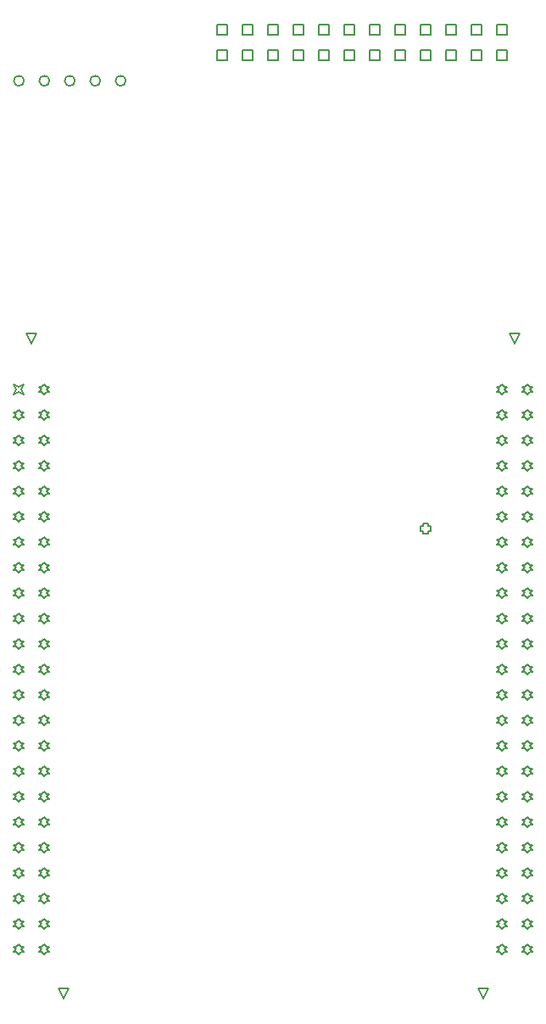
<source format=gbr>
G04 Layer_Color=2752767*
%FSLAX26Y26*%
%MOIN*%
%TF.FileFunction,Drawing*%
%TF.Part,Single*%
G01*
G75*
%TA.AperFunction,NonConductor*%
%ADD30C,0.005000*%
%ADD31C,0.006667*%
D30*
X1180000Y4180000D02*
Y4220000D01*
X1220000D01*
Y4180000D01*
X1180000D01*
Y4080000D02*
Y4120000D01*
X1220000D01*
Y4080000D01*
X1180000D01*
X2280000Y4180000D02*
Y4220000D01*
X2320000D01*
Y4180000D01*
X2280000D01*
X2180000D02*
Y4220000D01*
X2220000D01*
Y4180000D01*
X2180000D01*
X2080000D02*
Y4220000D01*
X2120000D01*
Y4180000D01*
X2080000D01*
X1980000D02*
Y4220000D01*
X2020000D01*
Y4180000D01*
X1980000D01*
X1880000D02*
Y4220000D01*
X1920000D01*
Y4180000D01*
X1880000D01*
X1780000D02*
Y4220000D01*
X1820000D01*
Y4180000D01*
X1780000D01*
X1680000D02*
Y4220000D01*
X1720000D01*
Y4180000D01*
X1680000D01*
X1580000D02*
Y4220000D01*
X1620000D01*
Y4180000D01*
X1580000D01*
X1480000D02*
Y4220000D01*
X1520000D01*
Y4180000D01*
X1480000D01*
X1380000D02*
Y4220000D01*
X1420000D01*
Y4180000D01*
X1380000D01*
X2280000Y4080000D02*
Y4120000D01*
X2320000D01*
Y4080000D01*
X2280000D01*
X2180000D02*
Y4120000D01*
X2220000D01*
Y4080000D01*
X2180000D01*
X2080000D02*
Y4120000D01*
X2120000D01*
Y4080000D01*
X2080000D01*
X1980000D02*
Y4120000D01*
X2020000D01*
Y4080000D01*
X1980000D01*
X1880000D02*
Y4120000D01*
X1920000D01*
Y4080000D01*
X1880000D01*
X1780000D02*
Y4120000D01*
X1820000D01*
Y4080000D01*
X1780000D01*
X1680000D02*
Y4120000D01*
X1720000D01*
Y4080000D01*
X1680000D01*
X1580000D02*
Y4120000D01*
X1620000D01*
Y4080000D01*
X1580000D01*
X1480000D02*
Y4120000D01*
X1520000D01*
Y4080000D01*
X1480000D01*
X1380000D02*
Y4120000D01*
X1420000D01*
Y4080000D01*
X1380000D01*
X1280000D02*
Y4120000D01*
X1320000D01*
Y4080000D01*
X1280000D01*
Y4180000D02*
Y4220000D01*
X1320000D01*
Y4180000D01*
X1280000D01*
X450000Y2967500D02*
X430000Y3007500D01*
X470000D01*
X450000Y2967500D01*
X2350000D02*
X2330000Y3007500D01*
X2370000D01*
X2350000Y2967500D01*
X2225000Y392500D02*
X2205000Y432500D01*
X2245000D01*
X2225000Y392500D01*
X575000D02*
X555000Y432500D01*
X595000D01*
X575000Y392500D01*
X500000Y2767500D02*
X510000Y2777500D01*
X520000D01*
X510000Y2787500D01*
X520000Y2797500D01*
X510000D01*
X500000Y2807500D01*
X490000Y2797500D01*
X480000D01*
X490000Y2787500D01*
X480000Y2777500D01*
X490000D01*
X500000Y2767500D01*
Y2667500D02*
X510000Y2677500D01*
X520000D01*
X510000Y2687500D01*
X520000Y2697500D01*
X510000D01*
X500000Y2707500D01*
X490000Y2697500D01*
X480000D01*
X490000Y2687500D01*
X480000Y2677500D01*
X490000D01*
X500000Y2667500D01*
Y2567500D02*
X510000Y2577500D01*
X520000D01*
X510000Y2587500D01*
X520000Y2597500D01*
X510000D01*
X500000Y2607500D01*
X490000Y2597500D01*
X480000D01*
X490000Y2587500D01*
X480000Y2577500D01*
X490000D01*
X500000Y2567500D01*
Y2467500D02*
X510000Y2477500D01*
X520000D01*
X510000Y2487500D01*
X520000Y2497500D01*
X510000D01*
X500000Y2507500D01*
X490000Y2497500D01*
X480000D01*
X490000Y2487500D01*
X480000Y2477500D01*
X490000D01*
X500000Y2467500D01*
Y2367500D02*
X510000Y2377500D01*
X520000D01*
X510000Y2387500D01*
X520000Y2397500D01*
X510000D01*
X500000Y2407500D01*
X490000Y2397500D01*
X480000D01*
X490000Y2387500D01*
X480000Y2377500D01*
X490000D01*
X500000Y2367500D01*
Y2267500D02*
X510000Y2277500D01*
X520000D01*
X510000Y2287500D01*
X520000Y2297500D01*
X510000D01*
X500000Y2307500D01*
X490000Y2297500D01*
X480000D01*
X490000Y2287500D01*
X480000Y2277500D01*
X490000D01*
X500000Y2267500D01*
Y2167500D02*
X510000Y2177500D01*
X520000D01*
X510000Y2187500D01*
X520000Y2197500D01*
X510000D01*
X500000Y2207500D01*
X490000Y2197500D01*
X480000D01*
X490000Y2187500D01*
X480000Y2177500D01*
X490000D01*
X500000Y2167500D01*
Y2067500D02*
X510000Y2077500D01*
X520000D01*
X510000Y2087500D01*
X520000Y2097500D01*
X510000D01*
X500000Y2107500D01*
X490000Y2097500D01*
X480000D01*
X490000Y2087500D01*
X480000Y2077500D01*
X490000D01*
X500000Y2067500D01*
Y1967500D02*
X510000Y1977500D01*
X520000D01*
X510000Y1987500D01*
X520000Y1997500D01*
X510000D01*
X500000Y2007500D01*
X490000Y1997500D01*
X480000D01*
X490000Y1987500D01*
X480000Y1977500D01*
X490000D01*
X500000Y1967500D01*
Y1867500D02*
X510000Y1877500D01*
X520000D01*
X510000Y1887500D01*
X520000Y1897500D01*
X510000D01*
X500000Y1907500D01*
X490000Y1897500D01*
X480000D01*
X490000Y1887500D01*
X480000Y1877500D01*
X490000D01*
X500000Y1867500D01*
Y1767500D02*
X510000Y1777500D01*
X520000D01*
X510000Y1787500D01*
X520000Y1797500D01*
X510000D01*
X500000Y1807500D01*
X490000Y1797500D01*
X480000D01*
X490000Y1787500D01*
X480000Y1777500D01*
X490000D01*
X500000Y1767500D01*
Y1667500D02*
X510000Y1677500D01*
X520000D01*
X510000Y1687500D01*
X520000Y1697500D01*
X510000D01*
X500000Y1707500D01*
X490000Y1697500D01*
X480000D01*
X490000Y1687500D01*
X480000Y1677500D01*
X490000D01*
X500000Y1667500D01*
Y1567500D02*
X510000Y1577500D01*
X520000D01*
X510000Y1587500D01*
X520000Y1597500D01*
X510000D01*
X500000Y1607500D01*
X490000Y1597500D01*
X480000D01*
X490000Y1587500D01*
X480000Y1577500D01*
X490000D01*
X500000Y1567500D01*
Y1467500D02*
X510000Y1477500D01*
X520000D01*
X510000Y1487500D01*
X520000Y1497500D01*
X510000D01*
X500000Y1507500D01*
X490000Y1497500D01*
X480000D01*
X490000Y1487500D01*
X480000Y1477500D01*
X490000D01*
X500000Y1467500D01*
Y1367500D02*
X510000Y1377500D01*
X520000D01*
X510000Y1387500D01*
X520000Y1397500D01*
X510000D01*
X500000Y1407500D01*
X490000Y1397500D01*
X480000D01*
X490000Y1387500D01*
X480000Y1377500D01*
X490000D01*
X500000Y1367500D01*
Y1267500D02*
X510000Y1277500D01*
X520000D01*
X510000Y1287500D01*
X520000Y1297500D01*
X510000D01*
X500000Y1307500D01*
X490000Y1297500D01*
X480000D01*
X490000Y1287500D01*
X480000Y1277500D01*
X490000D01*
X500000Y1267500D01*
Y1167500D02*
X510000Y1177500D01*
X520000D01*
X510000Y1187500D01*
X520000Y1197500D01*
X510000D01*
X500000Y1207500D01*
X490000Y1197500D01*
X480000D01*
X490000Y1187500D01*
X480000Y1177500D01*
X490000D01*
X500000Y1167500D01*
Y1067500D02*
X510000Y1077500D01*
X520000D01*
X510000Y1087500D01*
X520000Y1097500D01*
X510000D01*
X500000Y1107500D01*
X490000Y1097500D01*
X480000D01*
X490000Y1087500D01*
X480000Y1077500D01*
X490000D01*
X500000Y1067500D01*
Y967500D02*
X510000Y977500D01*
X520000D01*
X510000Y987500D01*
X520000Y997500D01*
X510000D01*
X500000Y1007500D01*
X490000Y997500D01*
X480000D01*
X490000Y987500D01*
X480000Y977500D01*
X490000D01*
X500000Y967500D01*
Y867500D02*
X510000Y877500D01*
X520000D01*
X510000Y887500D01*
X520000Y897500D01*
X510000D01*
X500000Y907500D01*
X490000Y897500D01*
X480000D01*
X490000Y887500D01*
X480000Y877500D01*
X490000D01*
X500000Y867500D01*
Y767500D02*
X510000Y777500D01*
X520000D01*
X510000Y787500D01*
X520000Y797500D01*
X510000D01*
X500000Y807500D01*
X490000Y797500D01*
X480000D01*
X490000Y787500D01*
X480000Y777500D01*
X490000D01*
X500000Y767500D01*
Y667500D02*
X510000Y677500D01*
X520000D01*
X510000Y687500D01*
X520000Y697500D01*
X510000D01*
X500000Y707500D01*
X490000Y697500D01*
X480000D01*
X490000Y687500D01*
X480000Y677500D01*
X490000D01*
X500000Y667500D01*
Y567500D02*
X510000Y577500D01*
X520000D01*
X510000Y587500D01*
X520000Y597500D01*
X510000D01*
X500000Y607500D01*
X490000Y597500D01*
X480000D01*
X490000Y587500D01*
X480000Y577500D01*
X490000D01*
X500000Y567500D01*
X400000Y2667500D02*
X410000Y2677500D01*
X420000D01*
X410000Y2687500D01*
X420000Y2697500D01*
X410000D01*
X400000Y2707500D01*
X390000Y2697500D01*
X380000D01*
X390000Y2687500D01*
X380000Y2677500D01*
X390000D01*
X400000Y2667500D01*
Y2567500D02*
X410000Y2577500D01*
X420000D01*
X410000Y2587500D01*
X420000Y2597500D01*
X410000D01*
X400000Y2607500D01*
X390000Y2597500D01*
X380000D01*
X390000Y2587500D01*
X380000Y2577500D01*
X390000D01*
X400000Y2567500D01*
Y2467500D02*
X410000Y2477500D01*
X420000D01*
X410000Y2487500D01*
X420000Y2497500D01*
X410000D01*
X400000Y2507500D01*
X390000Y2497500D01*
X380000D01*
X390000Y2487500D01*
X380000Y2477500D01*
X390000D01*
X400000Y2467500D01*
Y2367500D02*
X410000Y2377500D01*
X420000D01*
X410000Y2387500D01*
X420000Y2397500D01*
X410000D01*
X400000Y2407500D01*
X390000Y2397500D01*
X380000D01*
X390000Y2387500D01*
X380000Y2377500D01*
X390000D01*
X400000Y2367500D01*
Y2267500D02*
X410000Y2277500D01*
X420000D01*
X410000Y2287500D01*
X420000Y2297500D01*
X410000D01*
X400000Y2307500D01*
X390000Y2297500D01*
X380000D01*
X390000Y2287500D01*
X380000Y2277500D01*
X390000D01*
X400000Y2267500D01*
Y2167500D02*
X410000Y2177500D01*
X420000D01*
X410000Y2187500D01*
X420000Y2197500D01*
X410000D01*
X400000Y2207500D01*
X390000Y2197500D01*
X380000D01*
X390000Y2187500D01*
X380000Y2177500D01*
X390000D01*
X400000Y2167500D01*
Y2067500D02*
X410000Y2077500D01*
X420000D01*
X410000Y2087500D01*
X420000Y2097500D01*
X410000D01*
X400000Y2107500D01*
X390000Y2097500D01*
X380000D01*
X390000Y2087500D01*
X380000Y2077500D01*
X390000D01*
X400000Y2067500D01*
Y1967500D02*
X410000Y1977500D01*
X420000D01*
X410000Y1987500D01*
X420000Y1997500D01*
X410000D01*
X400000Y2007500D01*
X390000Y1997500D01*
X380000D01*
X390000Y1987500D01*
X380000Y1977500D01*
X390000D01*
X400000Y1967500D01*
Y1867500D02*
X410000Y1877500D01*
X420000D01*
X410000Y1887500D01*
X420000Y1897500D01*
X410000D01*
X400000Y1907500D01*
X390000Y1897500D01*
X380000D01*
X390000Y1887500D01*
X380000Y1877500D01*
X390000D01*
X400000Y1867500D01*
Y1767500D02*
X410000Y1777500D01*
X420000D01*
X410000Y1787500D01*
X420000Y1797500D01*
X410000D01*
X400000Y1807500D01*
X390000Y1797500D01*
X380000D01*
X390000Y1787500D01*
X380000Y1777500D01*
X390000D01*
X400000Y1767500D01*
Y1667500D02*
X410000Y1677500D01*
X420000D01*
X410000Y1687500D01*
X420000Y1697500D01*
X410000D01*
X400000Y1707500D01*
X390000Y1697500D01*
X380000D01*
X390000Y1687500D01*
X380000Y1677500D01*
X390000D01*
X400000Y1667500D01*
Y1567500D02*
X410000Y1577500D01*
X420000D01*
X410000Y1587500D01*
X420000Y1597500D01*
X410000D01*
X400000Y1607500D01*
X390000Y1597500D01*
X380000D01*
X390000Y1587500D01*
X380000Y1577500D01*
X390000D01*
X400000Y1567500D01*
Y1467500D02*
X410000Y1477500D01*
X420000D01*
X410000Y1487500D01*
X420000Y1497500D01*
X410000D01*
X400000Y1507500D01*
X390000Y1497500D01*
X380000D01*
X390000Y1487500D01*
X380000Y1477500D01*
X390000D01*
X400000Y1467500D01*
Y1367500D02*
X410000Y1377500D01*
X420000D01*
X410000Y1387500D01*
X420000Y1397500D01*
X410000D01*
X400000Y1407500D01*
X390000Y1397500D01*
X380000D01*
X390000Y1387500D01*
X380000Y1377500D01*
X390000D01*
X400000Y1367500D01*
Y1267500D02*
X410000Y1277500D01*
X420000D01*
X410000Y1287500D01*
X420000Y1297500D01*
X410000D01*
X400000Y1307500D01*
X390000Y1297500D01*
X380000D01*
X390000Y1287500D01*
X380000Y1277500D01*
X390000D01*
X400000Y1267500D01*
Y1167500D02*
X410000Y1177500D01*
X420000D01*
X410000Y1187500D01*
X420000Y1197500D01*
X410000D01*
X400000Y1207500D01*
X390000Y1197500D01*
X380000D01*
X390000Y1187500D01*
X380000Y1177500D01*
X390000D01*
X400000Y1167500D01*
Y1067500D02*
X410000Y1077500D01*
X420000D01*
X410000Y1087500D01*
X420000Y1097500D01*
X410000D01*
X400000Y1107500D01*
X390000Y1097500D01*
X380000D01*
X390000Y1087500D01*
X380000Y1077500D01*
X390000D01*
X400000Y1067500D01*
Y967500D02*
X410000Y977500D01*
X420000D01*
X410000Y987500D01*
X420000Y997500D01*
X410000D01*
X400000Y1007500D01*
X390000Y997500D01*
X380000D01*
X390000Y987500D01*
X380000Y977500D01*
X390000D01*
X400000Y967500D01*
Y867500D02*
X410000Y877500D01*
X420000D01*
X410000Y887500D01*
X420000Y897500D01*
X410000D01*
X400000Y907500D01*
X390000Y897500D01*
X380000D01*
X390000Y887500D01*
X380000Y877500D01*
X390000D01*
X400000Y867500D01*
Y767500D02*
X410000Y777500D01*
X420000D01*
X410000Y787500D01*
X420000Y797500D01*
X410000D01*
X400000Y807500D01*
X390000Y797500D01*
X380000D01*
X390000Y787500D01*
X380000Y777500D01*
X390000D01*
X400000Y767500D01*
Y667500D02*
X410000Y677500D01*
X420000D01*
X410000Y687500D01*
X420000Y697500D01*
X410000D01*
X400000Y707500D01*
X390000Y697500D01*
X380000D01*
X390000Y687500D01*
X380000Y677500D01*
X390000D01*
X400000Y667500D01*
Y567500D02*
X410000Y577500D01*
X420000D01*
X410000Y587500D01*
X420000Y597500D01*
X410000D01*
X400000Y607500D01*
X390000Y597500D01*
X380000D01*
X390000Y587500D01*
X380000Y577500D01*
X390000D01*
X400000Y567500D01*
X2300000Y2767500D02*
X2310000Y2777500D01*
X2320000D01*
X2310000Y2787500D01*
X2320000Y2797500D01*
X2310000D01*
X2300000Y2807500D01*
X2290000Y2797500D01*
X2280000D01*
X2290000Y2787500D01*
X2280000Y2777500D01*
X2290000D01*
X2300000Y2767500D01*
X2400000D02*
X2410000Y2777500D01*
X2420000D01*
X2410000Y2787500D01*
X2420000Y2797500D01*
X2410000D01*
X2400000Y2807500D01*
X2390000Y2797500D01*
X2380000D01*
X2390000Y2787500D01*
X2380000Y2777500D01*
X2390000D01*
X2400000Y2767500D01*
Y2667500D02*
X2410000Y2677500D01*
X2420000D01*
X2410000Y2687500D01*
X2420000Y2697500D01*
X2410000D01*
X2400000Y2707500D01*
X2390000Y2697500D01*
X2380000D01*
X2390000Y2687500D01*
X2380000Y2677500D01*
X2390000D01*
X2400000Y2667500D01*
Y2567500D02*
X2410000Y2577500D01*
X2420000D01*
X2410000Y2587500D01*
X2420000Y2597500D01*
X2410000D01*
X2400000Y2607500D01*
X2390000Y2597500D01*
X2380000D01*
X2390000Y2587500D01*
X2380000Y2577500D01*
X2390000D01*
X2400000Y2567500D01*
Y2467500D02*
X2410000Y2477500D01*
X2420000D01*
X2410000Y2487500D01*
X2420000Y2497500D01*
X2410000D01*
X2400000Y2507500D01*
X2390000Y2497500D01*
X2380000D01*
X2390000Y2487500D01*
X2380000Y2477500D01*
X2390000D01*
X2400000Y2467500D01*
Y2367500D02*
X2410000Y2377500D01*
X2420000D01*
X2410000Y2387500D01*
X2420000Y2397500D01*
X2410000D01*
X2400000Y2407500D01*
X2390000Y2397500D01*
X2380000D01*
X2390000Y2387500D01*
X2380000Y2377500D01*
X2390000D01*
X2400000Y2367500D01*
Y2267500D02*
X2410000Y2277500D01*
X2420000D01*
X2410000Y2287500D01*
X2420000Y2297500D01*
X2410000D01*
X2400000Y2307500D01*
X2390000Y2297500D01*
X2380000D01*
X2390000Y2287500D01*
X2380000Y2277500D01*
X2390000D01*
X2400000Y2267500D01*
Y2167500D02*
X2410000Y2177500D01*
X2420000D01*
X2410000Y2187500D01*
X2420000Y2197500D01*
X2410000D01*
X2400000Y2207500D01*
X2390000Y2197500D01*
X2380000D01*
X2390000Y2187500D01*
X2380000Y2177500D01*
X2390000D01*
X2400000Y2167500D01*
Y2067500D02*
X2410000Y2077500D01*
X2420000D01*
X2410000Y2087500D01*
X2420000Y2097500D01*
X2410000D01*
X2400000Y2107500D01*
X2390000Y2097500D01*
X2380000D01*
X2390000Y2087500D01*
X2380000Y2077500D01*
X2390000D01*
X2400000Y2067500D01*
Y1967500D02*
X2410000Y1977500D01*
X2420000D01*
X2410000Y1987500D01*
X2420000Y1997500D01*
X2410000D01*
X2400000Y2007500D01*
X2390000Y1997500D01*
X2380000D01*
X2390000Y1987500D01*
X2380000Y1977500D01*
X2390000D01*
X2400000Y1967500D01*
Y1867500D02*
X2410000Y1877500D01*
X2420000D01*
X2410000Y1887500D01*
X2420000Y1897500D01*
X2410000D01*
X2400000Y1907500D01*
X2390000Y1897500D01*
X2380000D01*
X2390000Y1887500D01*
X2380000Y1877500D01*
X2390000D01*
X2400000Y1867500D01*
Y1767500D02*
X2410000Y1777500D01*
X2420000D01*
X2410000Y1787500D01*
X2420000Y1797500D01*
X2410000D01*
X2400000Y1807500D01*
X2390000Y1797500D01*
X2380000D01*
X2390000Y1787500D01*
X2380000Y1777500D01*
X2390000D01*
X2400000Y1767500D01*
Y1667500D02*
X2410000Y1677500D01*
X2420000D01*
X2410000Y1687500D01*
X2420000Y1697500D01*
X2410000D01*
X2400000Y1707500D01*
X2390000Y1697500D01*
X2380000D01*
X2390000Y1687500D01*
X2380000Y1677500D01*
X2390000D01*
X2400000Y1667500D01*
Y1567500D02*
X2410000Y1577500D01*
X2420000D01*
X2410000Y1587500D01*
X2420000Y1597500D01*
X2410000D01*
X2400000Y1607500D01*
X2390000Y1597500D01*
X2380000D01*
X2390000Y1587500D01*
X2380000Y1577500D01*
X2390000D01*
X2400000Y1567500D01*
Y1467500D02*
X2410000Y1477500D01*
X2420000D01*
X2410000Y1487500D01*
X2420000Y1497500D01*
X2410000D01*
X2400000Y1507500D01*
X2390000Y1497500D01*
X2380000D01*
X2390000Y1487500D01*
X2380000Y1477500D01*
X2390000D01*
X2400000Y1467500D01*
Y1367500D02*
X2410000Y1377500D01*
X2420000D01*
X2410000Y1387500D01*
X2420000Y1397500D01*
X2410000D01*
X2400000Y1407500D01*
X2390000Y1397500D01*
X2380000D01*
X2390000Y1387500D01*
X2380000Y1377500D01*
X2390000D01*
X2400000Y1367500D01*
Y1267500D02*
X2410000Y1277500D01*
X2420000D01*
X2410000Y1287500D01*
X2420000Y1297500D01*
X2410000D01*
X2400000Y1307500D01*
X2390000Y1297500D01*
X2380000D01*
X2390000Y1287500D01*
X2380000Y1277500D01*
X2390000D01*
X2400000Y1267500D01*
Y1167500D02*
X2410000Y1177500D01*
X2420000D01*
X2410000Y1187500D01*
X2420000Y1197500D01*
X2410000D01*
X2400000Y1207500D01*
X2390000Y1197500D01*
X2380000D01*
X2390000Y1187500D01*
X2380000Y1177500D01*
X2390000D01*
X2400000Y1167500D01*
Y1067500D02*
X2410000Y1077500D01*
X2420000D01*
X2410000Y1087500D01*
X2420000Y1097500D01*
X2410000D01*
X2400000Y1107500D01*
X2390000Y1097500D01*
X2380000D01*
X2390000Y1087500D01*
X2380000Y1077500D01*
X2390000D01*
X2400000Y1067500D01*
Y967500D02*
X2410000Y977500D01*
X2420000D01*
X2410000Y987500D01*
X2420000Y997500D01*
X2410000D01*
X2400000Y1007500D01*
X2390000Y997500D01*
X2380000D01*
X2390000Y987500D01*
X2380000Y977500D01*
X2390000D01*
X2400000Y967500D01*
Y867500D02*
X2410000Y877500D01*
X2420000D01*
X2410000Y887500D01*
X2420000Y897500D01*
X2410000D01*
X2400000Y907500D01*
X2390000Y897500D01*
X2380000D01*
X2390000Y887500D01*
X2380000Y877500D01*
X2390000D01*
X2400000Y867500D01*
Y767500D02*
X2410000Y777500D01*
X2420000D01*
X2410000Y787500D01*
X2420000Y797500D01*
X2410000D01*
X2400000Y807500D01*
X2390000Y797500D01*
X2380000D01*
X2390000Y787500D01*
X2380000Y777500D01*
X2390000D01*
X2400000Y767500D01*
Y667500D02*
X2410000Y677500D01*
X2420000D01*
X2410000Y687500D01*
X2420000Y697500D01*
X2410000D01*
X2400000Y707500D01*
X2390000Y697500D01*
X2380000D01*
X2390000Y687500D01*
X2380000Y677500D01*
X2390000D01*
X2400000Y667500D01*
Y567500D02*
X2410000Y577500D01*
X2420000D01*
X2410000Y587500D01*
X2420000Y597500D01*
X2410000D01*
X2400000Y607500D01*
X2390000Y597500D01*
X2380000D01*
X2390000Y587500D01*
X2380000Y577500D01*
X2390000D01*
X2400000Y567500D01*
X2300000Y2667500D02*
X2310000Y2677500D01*
X2320000D01*
X2310000Y2687500D01*
X2320000Y2697500D01*
X2310000D01*
X2300000Y2707500D01*
X2290000Y2697500D01*
X2280000D01*
X2290000Y2687500D01*
X2280000Y2677500D01*
X2290000D01*
X2300000Y2667500D01*
Y2567500D02*
X2310000Y2577500D01*
X2320000D01*
X2310000Y2587500D01*
X2320000Y2597500D01*
X2310000D01*
X2300000Y2607500D01*
X2290000Y2597500D01*
X2280000D01*
X2290000Y2587500D01*
X2280000Y2577500D01*
X2290000D01*
X2300000Y2567500D01*
Y2467500D02*
X2310000Y2477500D01*
X2320000D01*
X2310000Y2487500D01*
X2320000Y2497500D01*
X2310000D01*
X2300000Y2507500D01*
X2290000Y2497500D01*
X2280000D01*
X2290000Y2487500D01*
X2280000Y2477500D01*
X2290000D01*
X2300000Y2467500D01*
Y2367500D02*
X2310000Y2377500D01*
X2320000D01*
X2310000Y2387500D01*
X2320000Y2397500D01*
X2310000D01*
X2300000Y2407500D01*
X2290000Y2397500D01*
X2280000D01*
X2290000Y2387500D01*
X2280000Y2377500D01*
X2290000D01*
X2300000Y2367500D01*
Y2267500D02*
X2310000Y2277500D01*
X2320000D01*
X2310000Y2287500D01*
X2320000Y2297500D01*
X2310000D01*
X2300000Y2307500D01*
X2290000Y2297500D01*
X2280000D01*
X2290000Y2287500D01*
X2280000Y2277500D01*
X2290000D01*
X2300000Y2267500D01*
Y2167500D02*
X2310000Y2177500D01*
X2320000D01*
X2310000Y2187500D01*
X2320000Y2197500D01*
X2310000D01*
X2300000Y2207500D01*
X2290000Y2197500D01*
X2280000D01*
X2290000Y2187500D01*
X2280000Y2177500D01*
X2290000D01*
X2300000Y2167500D01*
Y2067500D02*
X2310000Y2077500D01*
X2320000D01*
X2310000Y2087500D01*
X2320000Y2097500D01*
X2310000D01*
X2300000Y2107500D01*
X2290000Y2097500D01*
X2280000D01*
X2290000Y2087500D01*
X2280000Y2077500D01*
X2290000D01*
X2300000Y2067500D01*
Y1967500D02*
X2310000Y1977500D01*
X2320000D01*
X2310000Y1987500D01*
X2320000Y1997500D01*
X2310000D01*
X2300000Y2007500D01*
X2290000Y1997500D01*
X2280000D01*
X2290000Y1987500D01*
X2280000Y1977500D01*
X2290000D01*
X2300000Y1967500D01*
Y1867500D02*
X2310000Y1877500D01*
X2320000D01*
X2310000Y1887500D01*
X2320000Y1897500D01*
X2310000D01*
X2300000Y1907500D01*
X2290000Y1897500D01*
X2280000D01*
X2290000Y1887500D01*
X2280000Y1877500D01*
X2290000D01*
X2300000Y1867500D01*
Y1767500D02*
X2310000Y1777500D01*
X2320000D01*
X2310000Y1787500D01*
X2320000Y1797500D01*
X2310000D01*
X2300000Y1807500D01*
X2290000Y1797500D01*
X2280000D01*
X2290000Y1787500D01*
X2280000Y1777500D01*
X2290000D01*
X2300000Y1767500D01*
Y1667500D02*
X2310000Y1677500D01*
X2320000D01*
X2310000Y1687500D01*
X2320000Y1697500D01*
X2310000D01*
X2300000Y1707500D01*
X2290000Y1697500D01*
X2280000D01*
X2290000Y1687500D01*
X2280000Y1677500D01*
X2290000D01*
X2300000Y1667500D01*
Y1567500D02*
X2310000Y1577500D01*
X2320000D01*
X2310000Y1587500D01*
X2320000Y1597500D01*
X2310000D01*
X2300000Y1607500D01*
X2290000Y1597500D01*
X2280000D01*
X2290000Y1587500D01*
X2280000Y1577500D01*
X2290000D01*
X2300000Y1567500D01*
Y1467500D02*
X2310000Y1477500D01*
X2320000D01*
X2310000Y1487500D01*
X2320000Y1497500D01*
X2310000D01*
X2300000Y1507500D01*
X2290000Y1497500D01*
X2280000D01*
X2290000Y1487500D01*
X2280000Y1477500D01*
X2290000D01*
X2300000Y1467500D01*
Y1367500D02*
X2310000Y1377500D01*
X2320000D01*
X2310000Y1387500D01*
X2320000Y1397500D01*
X2310000D01*
X2300000Y1407500D01*
X2290000Y1397500D01*
X2280000D01*
X2290000Y1387500D01*
X2280000Y1377500D01*
X2290000D01*
X2300000Y1367500D01*
Y1267500D02*
X2310000Y1277500D01*
X2320000D01*
X2310000Y1287500D01*
X2320000Y1297500D01*
X2310000D01*
X2300000Y1307500D01*
X2290000Y1297500D01*
X2280000D01*
X2290000Y1287500D01*
X2280000Y1277500D01*
X2290000D01*
X2300000Y1267500D01*
Y1167500D02*
X2310000Y1177500D01*
X2320000D01*
X2310000Y1187500D01*
X2320000Y1197500D01*
X2310000D01*
X2300000Y1207500D01*
X2290000Y1197500D01*
X2280000D01*
X2290000Y1187500D01*
X2280000Y1177500D01*
X2290000D01*
X2300000Y1167500D01*
Y1067500D02*
X2310000Y1077500D01*
X2320000D01*
X2310000Y1087500D01*
X2320000Y1097500D01*
X2310000D01*
X2300000Y1107500D01*
X2290000Y1097500D01*
X2280000D01*
X2290000Y1087500D01*
X2280000Y1077500D01*
X2290000D01*
X2300000Y1067500D01*
Y967500D02*
X2310000Y977500D01*
X2320000D01*
X2310000Y987500D01*
X2320000Y997500D01*
X2310000D01*
X2300000Y1007500D01*
X2290000Y997500D01*
X2280000D01*
X2290000Y987500D01*
X2280000Y977500D01*
X2290000D01*
X2300000Y967500D01*
Y867500D02*
X2310000Y877500D01*
X2320000D01*
X2310000Y887500D01*
X2320000Y897500D01*
X2310000D01*
X2300000Y907500D01*
X2290000Y897500D01*
X2280000D01*
X2290000Y887500D01*
X2280000Y877500D01*
X2290000D01*
X2300000Y867500D01*
Y767500D02*
X2310000Y777500D01*
X2320000D01*
X2310000Y787500D01*
X2320000Y797500D01*
X2310000D01*
X2300000Y807500D01*
X2290000Y797500D01*
X2280000D01*
X2290000Y787500D01*
X2280000Y777500D01*
X2290000D01*
X2300000Y767500D01*
Y667500D02*
X2310000Y677500D01*
X2320000D01*
X2310000Y687500D01*
X2320000Y697500D01*
X2310000D01*
X2300000Y707500D01*
X2290000Y697500D01*
X2280000D01*
X2290000Y687500D01*
X2280000Y677500D01*
X2290000D01*
X2300000Y667500D01*
Y567500D02*
X2310000Y577500D01*
X2320000D01*
X2310000Y587500D01*
X2320000Y597500D01*
X2310000D01*
X2300000Y607500D01*
X2290000Y597500D01*
X2280000D01*
X2290000Y587500D01*
X2280000Y577500D01*
X2290000D01*
X2300000Y567500D01*
X380000Y2767500D02*
X390000Y2787500D01*
X380000Y2807500D01*
X400000Y2797500D01*
X420000Y2807500D01*
X410000Y2787500D01*
X420000Y2767500D01*
X400000Y2777500D01*
X380000Y2767500D01*
X1990000Y2230000D02*
Y2220000D01*
X2010000D01*
Y2230000D01*
X2020000D01*
Y2250000D01*
X2010000D01*
Y2260000D01*
X1990000D01*
Y2250000D01*
X1980000D01*
Y2230000D01*
X1990000D01*
D31*
X720000Y4000000D02*
G03*
X720000Y4000000I-20000J0D01*
G01*
X620000D02*
G03*
X620000Y4000000I-20000J0D01*
G01*
X520000D02*
G03*
X520000Y4000000I-20000J0D01*
G01*
X420000D02*
G03*
X420000Y4000000I-20000J0D01*
G01*
X820000D02*
G03*
X820000Y4000000I-20000J0D01*
G01*
%TF.MD5,0d035745db6b5ec102fc19777367c0cd*%
M02*

</source>
